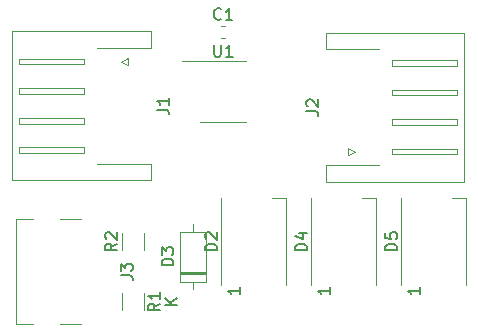
<source format=gbr>
%TF.GenerationSoftware,KiCad,Pcbnew,(5.1.10)-1*%
%TF.CreationDate,2025-08-18T11:18:52+09:00*%
%TF.ProjectId,TA_01,54415f30-312e-46b6-9963-61645f706362,rev?*%
%TF.SameCoordinates,Original*%
%TF.FileFunction,Legend,Top*%
%TF.FilePolarity,Positive*%
%FSLAX46Y46*%
G04 Gerber Fmt 4.6, Leading zero omitted, Abs format (unit mm)*
G04 Created by KiCad (PCBNEW (5.1.10)-1) date 2025-08-18 11:18:52*
%MOMM*%
%LPD*%
G01*
G04 APERTURE LIST*
%ADD10C,0.120000*%
%ADD11C,0.150000*%
G04 APERTURE END LIST*
D10*
%TO.C,U1*%
X109220000Y-101620000D02*
X111170000Y-101620000D01*
X109220000Y-101620000D02*
X107270000Y-101620000D01*
X109220000Y-96500000D02*
X111170000Y-96500000D01*
X109220000Y-96500000D02*
X105770000Y-96500000D01*
%TO.C,R2*%
X100690000Y-112487064D02*
X100690000Y-111032936D01*
X102510000Y-112487064D02*
X102510000Y-111032936D01*
%TO.C,R1*%
X102510000Y-116112936D02*
X102510000Y-117567064D01*
X100690000Y-116112936D02*
X100690000Y-117567064D01*
%TO.C,J3*%
X91680000Y-118770000D02*
X91680000Y-109830000D01*
X97190000Y-118770000D02*
X95390000Y-118770000D01*
X91680000Y-118770000D02*
X93140000Y-118770000D01*
X91680000Y-109830000D02*
X93140000Y-109830000D01*
X97190000Y-109830000D02*
X95390000Y-109830000D01*
%TO.C,J2*%
X129630000Y-100390000D02*
X129630000Y-106700000D01*
X129630000Y-106700000D02*
X117910000Y-106700000D01*
X117910000Y-106700000D02*
X117910000Y-105280000D01*
X117910000Y-105280000D02*
X122410000Y-105280000D01*
X129630000Y-100390000D02*
X129630000Y-94080000D01*
X129630000Y-94080000D02*
X117910000Y-94080000D01*
X117910000Y-94080000D02*
X117910000Y-95500000D01*
X117910000Y-95500000D02*
X122410000Y-95500000D01*
X123520000Y-104390000D02*
X129020000Y-104390000D01*
X129020000Y-104390000D02*
X129020000Y-103890000D01*
X129020000Y-103890000D02*
X123520000Y-103890000D01*
X123520000Y-103890000D02*
X123520000Y-104390000D01*
X123520000Y-101890000D02*
X129020000Y-101890000D01*
X129020000Y-101890000D02*
X129020000Y-101390000D01*
X129020000Y-101390000D02*
X123520000Y-101390000D01*
X123520000Y-101390000D02*
X123520000Y-101890000D01*
X123520000Y-99390000D02*
X129020000Y-99390000D01*
X129020000Y-99390000D02*
X129020000Y-98890000D01*
X129020000Y-98890000D02*
X123520000Y-98890000D01*
X123520000Y-98890000D02*
X123520000Y-99390000D01*
X123520000Y-96890000D02*
X129020000Y-96890000D01*
X129020000Y-96890000D02*
X129020000Y-96390000D01*
X129020000Y-96390000D02*
X123520000Y-96390000D01*
X123520000Y-96390000D02*
X123520000Y-96890000D01*
X120420000Y-104140000D02*
X119820000Y-104440000D01*
X119820000Y-104440000D02*
X119820000Y-103840000D01*
X119820000Y-103840000D02*
X120420000Y-104140000D01*
%TO.C,J1*%
X91350000Y-100270000D02*
X91350000Y-93960000D01*
X91350000Y-93960000D02*
X103070000Y-93960000D01*
X103070000Y-93960000D02*
X103070000Y-95380000D01*
X103070000Y-95380000D02*
X98570000Y-95380000D01*
X91350000Y-100270000D02*
X91350000Y-106580000D01*
X91350000Y-106580000D02*
X103070000Y-106580000D01*
X103070000Y-106580000D02*
X103070000Y-105160000D01*
X103070000Y-105160000D02*
X98570000Y-105160000D01*
X97460000Y-96270000D02*
X91960000Y-96270000D01*
X91960000Y-96270000D02*
X91960000Y-96770000D01*
X91960000Y-96770000D02*
X97460000Y-96770000D01*
X97460000Y-96770000D02*
X97460000Y-96270000D01*
X97460000Y-98770000D02*
X91960000Y-98770000D01*
X91960000Y-98770000D02*
X91960000Y-99270000D01*
X91960000Y-99270000D02*
X97460000Y-99270000D01*
X97460000Y-99270000D02*
X97460000Y-98770000D01*
X97460000Y-101270000D02*
X91960000Y-101270000D01*
X91960000Y-101270000D02*
X91960000Y-101770000D01*
X91960000Y-101770000D02*
X97460000Y-101770000D01*
X97460000Y-101770000D02*
X97460000Y-101270000D01*
X97460000Y-103770000D02*
X91960000Y-103770000D01*
X91960000Y-103770000D02*
X91960000Y-104270000D01*
X91960000Y-104270000D02*
X97460000Y-104270000D01*
X97460000Y-104270000D02*
X97460000Y-103770000D01*
X100560000Y-96520000D02*
X101160000Y-96220000D01*
X101160000Y-96220000D02*
X101160000Y-96820000D01*
X101160000Y-96820000D02*
X100560000Y-96520000D01*
%TO.C,D5*%
X124250000Y-115410000D02*
X124250000Y-108110000D01*
X129750000Y-115410000D02*
X129750000Y-108110000D01*
X129750000Y-108110000D02*
X128600000Y-108110000D01*
%TO.C,D4*%
X116630000Y-115410000D02*
X116630000Y-108110000D01*
X122130000Y-115410000D02*
X122130000Y-108110000D01*
X122130000Y-108110000D02*
X120980000Y-108110000D01*
%TO.C,D3*%
X105560000Y-115150000D02*
X107800000Y-115150000D01*
X107800000Y-115150000D02*
X107800000Y-110910000D01*
X107800000Y-110910000D02*
X105560000Y-110910000D01*
X105560000Y-110910000D02*
X105560000Y-115150000D01*
X106680000Y-115800000D02*
X106680000Y-115150000D01*
X106680000Y-110260000D02*
X106680000Y-110910000D01*
X105560000Y-114430000D02*
X107800000Y-114430000D01*
X105560000Y-114310000D02*
X107800000Y-114310000D01*
X105560000Y-114550000D02*
X107800000Y-114550000D01*
%TO.C,D2*%
X109010000Y-115410000D02*
X109010000Y-108110000D01*
X114510000Y-115410000D02*
X114510000Y-108110000D01*
X114510000Y-108110000D02*
X113360000Y-108110000D01*
%TO.C,C1*%
X109079420Y-93470000D02*
X109360580Y-93470000D01*
X109079420Y-94490000D02*
X109360580Y-94490000D01*
%TO.C,U1*%
D11*
X108458095Y-95112380D02*
X108458095Y-95921904D01*
X108505714Y-96017142D01*
X108553333Y-96064761D01*
X108648571Y-96112380D01*
X108839047Y-96112380D01*
X108934285Y-96064761D01*
X108981904Y-96017142D01*
X109029523Y-95921904D01*
X109029523Y-95112380D01*
X110029523Y-96112380D02*
X109458095Y-96112380D01*
X109743809Y-96112380D02*
X109743809Y-95112380D01*
X109648571Y-95255238D01*
X109553333Y-95350476D01*
X109458095Y-95398095D01*
%TO.C,R2*%
X100232380Y-111926666D02*
X99756190Y-112260000D01*
X100232380Y-112498095D02*
X99232380Y-112498095D01*
X99232380Y-112117142D01*
X99280000Y-112021904D01*
X99327619Y-111974285D01*
X99422857Y-111926666D01*
X99565714Y-111926666D01*
X99660952Y-111974285D01*
X99708571Y-112021904D01*
X99756190Y-112117142D01*
X99756190Y-112498095D01*
X99327619Y-111545714D02*
X99280000Y-111498095D01*
X99232380Y-111402857D01*
X99232380Y-111164761D01*
X99280000Y-111069523D01*
X99327619Y-111021904D01*
X99422857Y-110974285D01*
X99518095Y-110974285D01*
X99660952Y-111021904D01*
X100232380Y-111593333D01*
X100232380Y-110974285D01*
%TO.C,R1*%
X103872380Y-117006666D02*
X103396190Y-117340000D01*
X103872380Y-117578095D02*
X102872380Y-117578095D01*
X102872380Y-117197142D01*
X102920000Y-117101904D01*
X102967619Y-117054285D01*
X103062857Y-117006666D01*
X103205714Y-117006666D01*
X103300952Y-117054285D01*
X103348571Y-117101904D01*
X103396190Y-117197142D01*
X103396190Y-117578095D01*
X103872380Y-116054285D02*
X103872380Y-116625714D01*
X103872380Y-116340000D02*
X102872380Y-116340000D01*
X103015238Y-116435238D01*
X103110476Y-116530476D01*
X103158095Y-116625714D01*
%TO.C,J3*%
X100552380Y-114633333D02*
X101266666Y-114633333D01*
X101409523Y-114680952D01*
X101504761Y-114776190D01*
X101552380Y-114919047D01*
X101552380Y-115014285D01*
X100552380Y-114252380D02*
X100552380Y-113633333D01*
X100933333Y-113966666D01*
X100933333Y-113823809D01*
X100980952Y-113728571D01*
X101028571Y-113680952D01*
X101123809Y-113633333D01*
X101361904Y-113633333D01*
X101457142Y-113680952D01*
X101504761Y-113728571D01*
X101552380Y-113823809D01*
X101552380Y-114109523D01*
X101504761Y-114204761D01*
X101457142Y-114252380D01*
%TO.C,J2*%
X116272380Y-100723333D02*
X116986666Y-100723333D01*
X117129523Y-100770952D01*
X117224761Y-100866190D01*
X117272380Y-101009047D01*
X117272380Y-101104285D01*
X116367619Y-100294761D02*
X116320000Y-100247142D01*
X116272380Y-100151904D01*
X116272380Y-99913809D01*
X116320000Y-99818571D01*
X116367619Y-99770952D01*
X116462857Y-99723333D01*
X116558095Y-99723333D01*
X116700952Y-99770952D01*
X117272380Y-100342380D01*
X117272380Y-99723333D01*
%TO.C,J1*%
X103612380Y-100603333D02*
X104326666Y-100603333D01*
X104469523Y-100650952D01*
X104564761Y-100746190D01*
X104612380Y-100889047D01*
X104612380Y-100984285D01*
X104612380Y-99603333D02*
X104612380Y-100174761D01*
X104612380Y-99889047D02*
X103612380Y-99889047D01*
X103755238Y-99984285D01*
X103850476Y-100079523D01*
X103898095Y-100174761D01*
%TO.C,D5*%
X123952380Y-112498095D02*
X122952380Y-112498095D01*
X122952380Y-112260000D01*
X123000000Y-112117142D01*
X123095238Y-112021904D01*
X123190476Y-111974285D01*
X123380952Y-111926666D01*
X123523809Y-111926666D01*
X123714285Y-111974285D01*
X123809523Y-112021904D01*
X123904761Y-112117142D01*
X123952380Y-112260000D01*
X123952380Y-112498095D01*
X122952380Y-111021904D02*
X122952380Y-111498095D01*
X123428571Y-111545714D01*
X123380952Y-111498095D01*
X123333333Y-111402857D01*
X123333333Y-111164761D01*
X123380952Y-111069523D01*
X123428571Y-111021904D01*
X123523809Y-110974285D01*
X123761904Y-110974285D01*
X123857142Y-111021904D01*
X123904761Y-111069523D01*
X123952380Y-111164761D01*
X123952380Y-111402857D01*
X123904761Y-111498095D01*
X123857142Y-111545714D01*
X125852380Y-115624285D02*
X125852380Y-116195714D01*
X125852380Y-115910000D02*
X124852380Y-115910000D01*
X124995238Y-116005238D01*
X125090476Y-116100476D01*
X125138095Y-116195714D01*
%TO.C,D4*%
X116332380Y-112498095D02*
X115332380Y-112498095D01*
X115332380Y-112260000D01*
X115380000Y-112117142D01*
X115475238Y-112021904D01*
X115570476Y-111974285D01*
X115760952Y-111926666D01*
X115903809Y-111926666D01*
X116094285Y-111974285D01*
X116189523Y-112021904D01*
X116284761Y-112117142D01*
X116332380Y-112260000D01*
X116332380Y-112498095D01*
X115665714Y-111069523D02*
X116332380Y-111069523D01*
X115284761Y-111307619D02*
X115999047Y-111545714D01*
X115999047Y-110926666D01*
X118232380Y-115624285D02*
X118232380Y-116195714D01*
X118232380Y-115910000D02*
X117232380Y-115910000D01*
X117375238Y-116005238D01*
X117470476Y-116100476D01*
X117518095Y-116195714D01*
%TO.C,D3*%
X105012380Y-113768095D02*
X104012380Y-113768095D01*
X104012380Y-113530000D01*
X104060000Y-113387142D01*
X104155238Y-113291904D01*
X104250476Y-113244285D01*
X104440952Y-113196666D01*
X104583809Y-113196666D01*
X104774285Y-113244285D01*
X104869523Y-113291904D01*
X104964761Y-113387142D01*
X105012380Y-113530000D01*
X105012380Y-113768095D01*
X104012380Y-112863333D02*
X104012380Y-112244285D01*
X104393333Y-112577619D01*
X104393333Y-112434761D01*
X104440952Y-112339523D01*
X104488571Y-112291904D01*
X104583809Y-112244285D01*
X104821904Y-112244285D01*
X104917142Y-112291904D01*
X104964761Y-112339523D01*
X105012380Y-112434761D01*
X105012380Y-112720476D01*
X104964761Y-112815714D01*
X104917142Y-112863333D01*
X105332380Y-117101904D02*
X104332380Y-117101904D01*
X105332380Y-116530476D02*
X104760952Y-116959047D01*
X104332380Y-116530476D02*
X104903809Y-117101904D01*
%TO.C,D2*%
X108712380Y-112498095D02*
X107712380Y-112498095D01*
X107712380Y-112260000D01*
X107760000Y-112117142D01*
X107855238Y-112021904D01*
X107950476Y-111974285D01*
X108140952Y-111926666D01*
X108283809Y-111926666D01*
X108474285Y-111974285D01*
X108569523Y-112021904D01*
X108664761Y-112117142D01*
X108712380Y-112260000D01*
X108712380Y-112498095D01*
X107807619Y-111545714D02*
X107760000Y-111498095D01*
X107712380Y-111402857D01*
X107712380Y-111164761D01*
X107760000Y-111069523D01*
X107807619Y-111021904D01*
X107902857Y-110974285D01*
X107998095Y-110974285D01*
X108140952Y-111021904D01*
X108712380Y-111593333D01*
X108712380Y-110974285D01*
X110612380Y-115624285D02*
X110612380Y-116195714D01*
X110612380Y-115910000D02*
X109612380Y-115910000D01*
X109755238Y-116005238D01*
X109850476Y-116100476D01*
X109898095Y-116195714D01*
%TO.C,C1*%
X109053333Y-92907142D02*
X109005714Y-92954761D01*
X108862857Y-93002380D01*
X108767619Y-93002380D01*
X108624761Y-92954761D01*
X108529523Y-92859523D01*
X108481904Y-92764285D01*
X108434285Y-92573809D01*
X108434285Y-92430952D01*
X108481904Y-92240476D01*
X108529523Y-92145238D01*
X108624761Y-92050000D01*
X108767619Y-92002380D01*
X108862857Y-92002380D01*
X109005714Y-92050000D01*
X109053333Y-92097619D01*
X110005714Y-93002380D02*
X109434285Y-93002380D01*
X109720000Y-93002380D02*
X109720000Y-92002380D01*
X109624761Y-92145238D01*
X109529523Y-92240476D01*
X109434285Y-92288095D01*
%TD*%
M02*

</source>
